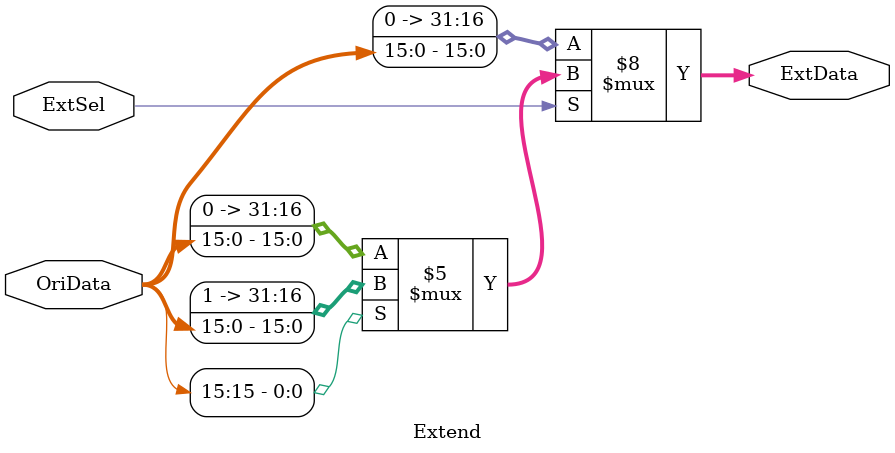
<source format=v>
module Extend(
	input ExtSel, 
	input [15:0] OriData,
	output reg [31:0] ExtData
	);

always @(ExtSel or OriData) begin
	if(0 == ExtSel)
		ExtData <= {16'b0, OriData};
	 else if(1 == OriData[15])
	 	ExtData <= {16'hffff, OriData};
	 else ExtData <= {16'h0000, OriData}; 
end

endmodule
</source>
